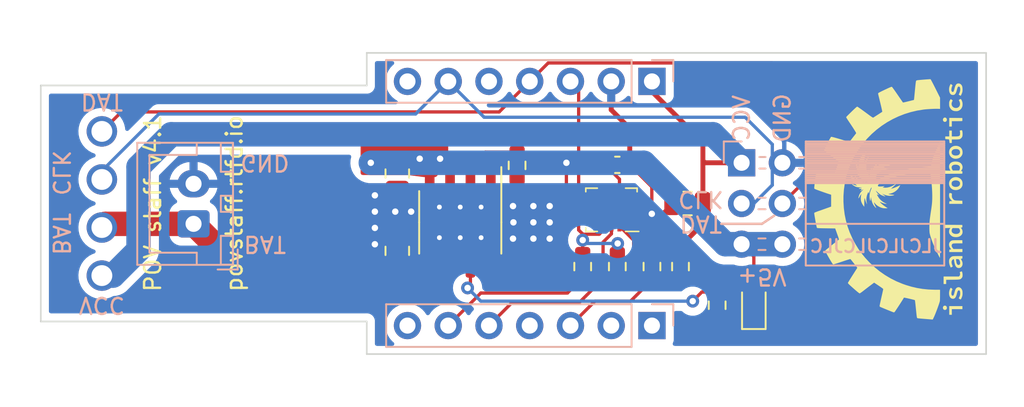
<source format=kicad_pcb>
(kicad_pcb (version 20211014) (generator pcbnew)
  (layers (0 "F.Cu" signal) (31 "B.Cu" signal) (34 "B.Paste" user) (35 "F.Paste" user) (36 "B.SilkS" user "B.Silkscreen") (37 "F.SilkS" user "F.Silkscreen") (38 "B.Mask" user) (39 "F.Mask" user) (44 "Edge.Cuts" user))
  (net 0 "")
  (net 1 "+5V")
  (net 2 "EP")
  (net 3 "+3V3")
  (net 5 "Net-(D1-Pad1)")
  (net 6 "/DATA")
  (net 7 "/CLK")
  (net 9 "/VSENSE")
  (net 11 "Net-(R4-Pad1)")
  (net 14 "Net-(R6-Pad1)")
  (net 18 "VCC")
  (net 19 "+BATT")
  (net 21 "/SDA")
  (net 22 "/SCL")
  (footprint "Capacitor_SMD:C_0805_2012Metric" (layer "F.Cu") (at 98.425 104.556 90)
    (fp_text reference "C3" hide)
    (fp_text value "10uF")
    (pad "1" smd roundrect (at -0.95 0 90) (size 1 1.45) (layers "F.Cu" "F.Paste" "F.Mask") (net 19 "+BATT"))
    (pad "2" smd roundrect (at 0.95 0 90) (size 1 1.45) (layers "F.Cu" "F.Paste" "F.Mask") (net 2 "EP"))
  )
  (footprint "Resistor_SMD:R_0603_1608Metric" (layer "F.Cu") (at 118.364 107.95 -90)
    (fp_text reference "R4" hide)
    (fp_text value "2k")
    (pad "1" smd roundrect (at -0.825 0 270) (size 0.8 0.95) (layers "F.Cu" "F.Paste" "F.Mask") (net 11 "Net-(R4-Pad1)"))
    (pad "2" smd roundrect (at 0.825 0 270) (size 0.8 0.95) (layers "F.Cu" "F.Paste" "F.Mask") (net 5 "Net-(D1-Pad1)"))
  )
  (footprint "Shurik:my_logo" (layer "F.Cu") (at 129.032 101.346 90)
    (fp_text reference "G***" hide)
    (fp_text value "LOGO" hide)
  )
  (footprint "LED_SMD:LED_0603_1608Metric" (layer "F.Cu") (at 120.65 107.95 90)
    (fp_text reference "D1" hide)
    (fp_text value "LED")
    (pad "1" smd roundrect (at -0.7875 0 90) (size 0.875 0.95) (layers "F.Cu" "F.Paste" "F.Mask") (net 5 "Net-(D1-Pad1)"))
    (pad "2" smd roundrect (at 0.7875 0 90) (size 0.875 0.95) (layers "F.Cu" "F.Paste" "F.Mask") (net 1 "+5V"))
  )
  (footprint "Resistor_SMD:R_0603_1608Metric" (layer "F.Cu") (at 116.078 105.537 -90)
    (fp_text reference "R1" hide)
    (fp_text value "10k")
    (pad "1" smd roundrect (at -0.825 0 270) (size 0.8 0.95) (layers "F.Cu" "F.Paste" "F.Mask") (net 18 "VCC"))
    (pad "2" smd roundrect (at 0.825 0 270) (size 0.8 0.95) (layers "F.Cu" "F.Paste" "F.Mask") (net 9 "/VSENSE"))
  )
  (footprint "Resistor_SMD:R_0603_1608Metric" (layer "F.Cu") (at 114.3 105.537 90)
    (fp_text reference "R5" hide)
    (fp_text value "10k")
    (pad "1" smd roundrect (at -0.825 0 90) (size 0.8 0.95) (layers "F.Cu" "F.Paste" "F.Mask") (net 9 "/VSENSE"))
    (pad "2" smd roundrect (at 0.825 0 90) (size 0.8 0.95) (layers "F.Cu" "F.Paste" "F.Mask") (net 2 "EP"))
  )
  (footprint "Package_LGA:Bosch_LGA-14_3x2.5mm_P0.5mm" (layer "F.Cu") (at 111.77375 101.99475 180)
    (fp_text reference "U2" hide)
    (fp_text value "LSM6DSR")
    (pad "1" smd rect (at -1.2625 -0.75 180) (size 0.675 0.25) (layers "F.Cu" "F.Paste" "F.Mask") (net 2 "EP"))
    (pad "2" smd rect (at -1.2625 -0.25 180) (size 0.675 0.25) (layers "F.Cu" "F.Paste" "F.Mask") (net 2 "EP"))
    (pad "3" smd rect (at -1.2625 0.25 180) (size 0.675 0.25) (layers "F.Cu" "F.Paste" "F.Mask") (net 2 "EP"))
    (pad "4" smd rect (at -1.2625 0.75 180) (size 0.675 0.25) (layers "F.Cu" "F.Paste" "F.Mask"))
    (pad "5" smd rect (at -0.5 1.0125 180) (size 0.25 0.675) (layers "F.Cu" "F.Paste" "F.Mask") (net 3 "+3V3"))
    (pad "6" smd rect (at 0 1.0125 180) (size 0.25 0.675) (layers "F.Cu" "F.Paste" "F.Mask") (net 2 "EP"))
    (pad "7" smd rect (at 0.5 1.0125 180) (size 0.25 0.675) (layers "F.Cu" "F.Paste" "F.Mask") (net 2 "EP"))
    (pad "8" smd rect (at 1.2625 0.75 180) (size 0.675 0.25) (layers "F.Cu" "F.Paste" "F.Mask") (net 3 "+3V3"))
    (pad "9" smd rect (at 1.2625 0.25 180) (size 0.675 0.25) (layers "F.Cu" "F.Paste" "F.Mask"))
    (pad "10" smd rect (at 1.2625 -0.25 180) (size 0.675 0.25) (layers "F.Cu" "F.Paste" "F.Mask"))
    (pad "11" smd rect (at 1.2625 -0.75 180) (size 0.675 0.25) (layers "F.Cu" "F.Paste" "F.Mask"))
    (pad "12" smd rect (at 0.5 -1.0125 180) (size 0.25 0.675) (layers "F.Cu" "F.Paste" "F.Mask") (net 3 "+3V3"))
    (pad "13" smd rect (at 0 -1.0125 180) (size 0.25 0.675) (layers "F.Cu" "F.Paste" "F.Mask") (net 22 "/SCL"))
    (pad "14" smd rect (at -0.5 -1.0125 180) (size 0.25 0.675) (layers "F.Cu" "F.Paste" "F.Mask") (net 21 "/SDA"))
  )
  (footprint "shurik-personal:connector-4p-large-nosilk" (layer "F.Cu") (at 80.01 106.100001 180)
    (fp_text reference "J2" hide)
    (fp_text value "Conn_01x04")
    (pad "1" thru_hole circle (at 0 0 180) (size 1.9 1.9) (drill 1.3) (layers *.Cu *.Mask) (net 18 "VCC"))
    (pad "2" thru_hole circle (at 0 3 180) (size 1.9 1.9) (drill 1.3) (layers *.Cu *.Mask) (net 19 "+BATT"))
    (pad "3" thru_hole circle (at 0 6 180) (size 1.9 1.9) (drill 1.3) (layers *.Cu *.Mask) (net 7 "/CLK"))
    (pad "4" thru_hole circle (at 0 9 180) (size 1.9 1.9) (drill 1.3) (layers *.Cu *.Mask) (net 6 "/DATA"))
  )
  (footprint "Package_SO:HSOP-8-1EP_3.9x4.9mm_P1.27mm_EP2.41x3.1mm_ThermalVias" (layer "F.Cu") (at 102.349 102.778 -90)
    (fp_text reference "U1" hide)
    (fp_text value "TP4056")
    (pad "1" smd roundrect (at -2.65 -1.905 270) (size 1.6 0.6) (layers "F.Cu" "F.Paste" "F.Mask") (net 2 "EP"))
    (pad "2" smd roundrect (at -2.65 -0.635 270) (size 1.6 0.6) (layers "F.Cu" "F.Paste" "F.Mask") (net 14 "Net-(R6-Pad1)"))
    (pad "3" smd roundrect (at -2.65 0.635 270) (size 1.6 0.6) (layers "F.Cu" "F.Paste" "F.Mask") (net 2 "EP"))
    (pad "4" smd roundrect (at -2.65 1.905 270) (size 1.6 0.6) (layers "F.Cu" "F.Paste" "F.Mask") (net 1 "+5V"))
    (pad "5" smd roundrect (at 2.65 1.905 270) (size 1.6 0.6) (layers "F.Cu" "F.Paste" "F.Mask") (net 19 "+BATT"))
    (pad "6" smd roundrect (at 2.65 0.635 270) (size 1.6 0.6) (layers "F.Cu" "F.Paste" "F.Mask"))
    (pad "7" smd roundrect (at 2.65 -0.635 270) (size 1.6 0.6) (layers "F.Cu" "F.Paste" "F.Mask") (net 11 "Net-(R4-Pad1)"))
    (pad "8" smd roundrect (at 2.65 -1.905 270) (size 1.6 0.6) (layers "F.Cu" "F.Paste" "F.Mask") (net 1 "+5V"))
    (pad "9" thru_hole circle (at -0.955 -1.299997 270) (size 0.5 0.5) (drill 0.3) (layers *.Cu) (net 2 "EP"))
    (pad "9" thru_hole circle (at 0.955 0 270) (size 0.5 0.5) (drill 0.3) (layers *.Cu) (net 2 "EP"))
    (pad "9" thru_hole circle (at -0.955 0 270) (size 0.5 0.5) (drill 0.3) (layers *.Cu) (net 2 "EP"))
    (pad "9" thru_hole circle (at 0.955 1.299998 270) (size 0.5 0.5) (drill 0.3) (layers *.Cu) (net 2 "EP"))
    (pad "9" thru_hole circle (at 0.955 -1.299997 270) (size 0.5 0.5) (drill 0.3) (layers *.Cu) (net 2 "EP"))
    (pad "9" thru_hole circle (at -0.955 1.299998 270) (size 0.5 0.5) (drill 0.3) (layers *.Cu) (net 2 "EP"))
    (pad "9" smd rect (at 0 0 270) (size 2.41 3.099999) (layers "B.Cu") (net 2 "EP"))
    (pad "9" smd rect (at 0 0 270) (size 2.41 3.1) (layers "F.Cu" "F.Mask") (net 2 "EP"))
  )
  (footprint "Resistor_SMD:R_0603_1608Metric" (layer "F.Cu") (at 105.891995 99.222 -90)
    (fp_text reference "R6" hide)
    (fp_text value "1.2k")
    (pad "1" smd roundrect (at -0.825 0 270) (size 0.8 0.95) (layers "F.Cu" "F.Paste" "F.Mask") (net 14 "Net-(R6-Pad1)"))
    (pad "2" smd roundrect (at 0.825 0 270) (size 0.8 0.95) (layers "F.Cu" "F.Paste" "F.Mask") (net 2 "EP"))
  )
  (footprint "Resistor_SMD:R_0603_1608Metric" (layer "F.Cu") (at 112.141 105.537 -90)
    (fp_text reference "R2" hide)
    (fp_text value "3.3k")
    (pad "1" smd roundrect (at -0.825 0 270) (size 0.8 0.95) (layers "F.Cu" "F.Paste" "F.Mask") (net 3 "+3V3"))
    (pad "2" smd roundrect (at 0.825 0 270) (size 0.8 0.95) (layers "F.Cu" "F.Paste" "F.Mask") (net 21 "/SDA"))
  )
  (footprint "Capacitor_SMD:C_0805_2012Metric" (layer "F.Cu") (at 98.425 99.73 -90)
    (fp_text reference "C2" hide)
    (fp_text value "10uF")
    (pad "1" smd roundrect (at -0.95 0 270) (size 1 1.45) (layers "F.Cu" "F.Paste" "F.Mask") (net 1 "+5V"))
    (pad "2" smd roundrect (at 0.95 0 270) (size 1 1.45) (layers "F.Cu" "F.Paste" "F.Mask") (net 2 "EP"))
  )
  (footprint "Capacitor_SMD:C_0805_2012Metric" (layer "F.Cu") (at 116.52 101.6 180)
    (fp_text reference "C4" hide)
    (fp_text value "10uF")
    (pad "1" smd roundrect (at -0.95 0 180) (size 1 1.45) (layers "F.Cu" "F.Paste" "F.Mask") (net 18 "VCC"))
    (pad "2" smd roundrect (at 0.95 0 180) (size 1 1.45) (layers "F.Cu" "F.Paste" "F.Mask") (net 2 "EP"))
  )
  (footprint "Resistor_SMD:R_0603_1608Metric" (layer "F.Cu") (at 109.982 105.537 -90)
    (fp_text reference "R3" hide)
    (fp_text value "3.3k")
    (pad "1" smd roundrect (at -0.825 0 270) (size 0.8 0.95) (layers "F.Cu" "F.Paste" "F.Mask") (net 3 "+3V3"))
    (pad "2" smd roundrect (at 0.825 0 270) (size 0.8 0.95) (layers "F.Cu" "F.Paste" "F.Mask") (net 22 "/SCL"))
  )
  (footprint "Capacitor_SMD:C_0603_1608Metric" (layer "F.Cu") (at 112.141 99.187)
    (fp_text reference "C1" hide)
    (fp_text value "100nF")
    (pad "1" smd roundrect (at -0.775 0) (size 0.9 0.95) (layers "F.Cu" "F.Paste" "F.Mask") (net 3 "+3V3"))
    (pad "2" smd roundrect (at 0.775 0) (size 0.9 0.95) (layers "F.Cu" "F.Paste" "F.Mask") (net 2 "EP"))
  )
  (footprint "Connector_PinSocket_2.54mm:PinSocket_2x03_P2.54mm_Horizontal" (layer "B.Cu") (at 119.888 99.06 180)
    (fp_text reference "J3" hide)
    (fp_text value "Conn_02x03_Counter_Clockwise")
    (pad "1" thru_hole rect (at 0 0 180) (size 1.7 1.7) (drill 1) (layers *.Cu *.Mask) (net 18 "VCC"))
    (pad "2" thru_hole oval (at -2.54 0 180) (size 1.7 1.7) (drill 1) (layers *.Cu *.Mask) (net 2 "EP"))
    (pad "3" thru_hole oval (at 0 -2.54 180) (size 1.7 1.7) (drill 1) (layers *.Cu *.Mask) (net 7 "/CLK"))
    (pad "4" thru_hole oval (at -2.54 -2.54 180) (size 1.7 1.7) (drill 1) (layers *.Cu *.Mask) (net 6 "/DATA"))
    (pad "5" thru_hole oval (at 0 -5.08 180) (size 1.7 1.7) (drill 1) (layers *.Cu *.Mask) (net 1 "+5V"))
    (pad "6" thru_hole oval (at -2.54 -5.08 180) (size 1.7 1.7) (drill 1) (layers *.Cu *.Mask) (net 1 "+5V"))
  )
  (footprint "Connector_PinSocket_2.54mm:PinSocket_1x07_P2.54mm_Vertical" (layer "B.Cu") (at 114.3 109.22 90)
    (fp_text reference "J5" hide)
    (fp_text value "Conn_01x07")
    (pad "1" thru_hole rect (at 0 0 90) (size 1.7 1.7) (drill 1) (layers *.Cu *.Mask))
    (pad "2" thru_hole oval (at 0 -2.54 90) (size 1.7 1.7) (drill 1) (layers *.Cu *.Mask))
    (pad "3" thru_hole oval (at 0 -5.08 90) (size 1.7 1.7) (drill 1) (layers *.Cu *.Mask) (net 9 "/VSENSE"))
    (pad "4" thru_hole oval (at 0 -7.62 90) (size 1.7 1.7) (drill 1) (layers *.Cu *.Mask))
    (pad "5" thru_hole oval (at 0 -10.16 90) (size 1.7 1.7) (drill 1) (layers *.Cu *.Mask) (net 21 "/SDA"))
    (pad "6" thru_hole oval (at 0 -12.7 90) (size 1.7 1.7) (drill 1) (layers *.Cu *.Mask) (net 22 "/SCL"))
    (pad "7" thru_hole oval (at 0 -15.24 90) (size 1.7 1.7) (drill 1) (layers *.Cu *.Mask))
  )
  (footprint "Connector_PinSocket_2.54mm:PinSocket_1x07_P2.54mm_Vertical" (layer "B.Cu") (at 114.3 93.98 90)
    (fp_text reference "J4" hide)
    (fp_text value "Conn_01x07")
    (pad "1" thru_hole rect (at 0 0 90) (size 1.7 1.7) (drill 1) (layers *.Cu *.Mask) (net 18 "VCC"))
    (pad "2" thru_hole oval (at 0 -2.54 90) (size 1.7 1.7) (drill 1) (layers *.Cu *.Mask) (net 2 "EP"))
    (pad "3" thru_hole oval (at 0 -5.08 90) (size 1.7 1.7) (drill 1) (layers *.Cu *.Mask) (net 3 "+3V3"))
    (pad "4" thru_hole oval (at 0 -7.62 90) (size 1.7 1.7) (drill 1) (layers *.Cu *.Mask) (net 6 "/DATA"))
    (pad "5" thru_hole oval (at 0 -10.16 90) (size 1.7 1.7) (drill 1) (layers *.Cu *.Mask))
    (pad "6" thru_hole oval (at 0 -12.7 90) (size 1.7 1.7) (drill 1) (layers *.Cu *.Mask) (net 7 "/CLK"))
    (pad "7" thru_hole oval (at 0 -15.24 90) (size 1.7 1.7) (drill 1) (layers *.Cu *.Mask))
  )
  (footprint "Connector_JST:JST_XH_B2B-XH-A_1x02_P2.50mm_Vertical" (layer "B.Cu") (at 85.725 102.87 90)
    (fp_text reference "J1" hide)
    (fp_text value "Conn_01x02")
    (pad "1" thru_hole roundrect (at 0 0 90) (size 1.7 2) (drill 1) (layers *.Cu *.Mask) (roundrect_rratio 0.1470588235) (net 19 "+BATT"))
    (pad "2" thru_hole oval (at 2.5 0 90) (size 1.7 2) (drill 1) (layers *.Cu *.Mask) (net 2 "EP"))
  )
  (gr_line (start 121.92 102.362) (end 121.158 102.87) (layer "B.SilkS") (width 0.15))
  (gr_line (start 121.158 102.87) (end 118.618 102.87) (layer "B.SilkS") (width 0.15))
  (gr_line (start 76.2 108.966) (end 76.2 101.6) (layer "Edge.Cuts") (width 0.1))
  (gr_line (start 76.2 94.234) (end 96.52 94.234) (layer "Edge.Cuts") (width 0.1))
  (gr_line (start 96.52 108.966) (end 96.52 110.998) (layer "Edge.Cuts") (width 0.1))
  (gr_line (start 96.52 92.202) (end 96.52 94.234) (layer "Edge.Cuts") (width 0.1))
  (gr_line (start 76.2 101.6) (end 76.2 94.234) (layer "Edge.Cuts") (width 0.1))
  (gr_line (start 135.128 92.202) (end 135.128 110.998) (layer "Edge.Cuts") (width 0.1))
  (gr_line (start 135.128 110.998) (end 96.52 110.998) (layer "Edge.Cuts") (width 0.1))
  (gr_line (start 76.2 108.966) (end 96.52 108.966) (layer "Edge.Cuts") (width 0.1))
  (gr_line (start 96.52 92.202) (end 135.128 92.202) (layer "Edge.Cuts") (width 0.1))
  (gr_text "BAT" (at 90.17 104.14 180) (layer "B.SilkS") (effects (font (size 1 1)) (justify mirror)))
  (gr_text "VCC" (at 119.888 96.266 90) (layer "B.SilkS") (effects (font (size 1 1)) (justify mirror)))
  (gr_text "BAT" (at 77.47 103.505 270) (layer "B.SilkS") (effects (font (size 1 1)) (justify mirror)))
  (gr_text "DAT" (at 80.01 95.25 180) (layer "B.SilkS") (effects (font (size 1 1)) (justify mirror)))
  (gr_text "JLCJLCJLCJLC" (at 128.27 104.267) (layer "B.SilkS") (effects (font (size 0.8 0.8)) (justify mirror)))
  (gr_text "+5V" (at 121.158 106.172 180) (layer "B.SilkS") (effects (font (size 1 1)) (justify mirror)))
  (gr_text "CLK" (at 117.348 101.346 180) (layer "B.SilkS") (effects (font (size 1 1)) (justify mirror)))
  (gr_text "DAT" (at 117.348 102.87 180) (layer "B.SilkS") (effects (font (size 1 1)) (justify mirror)))
  (gr_text "GND" (at 122.428 96.266 90) (layer "B.SilkS") (effects (font (size 1 1)) (justify mirror)))
  (gr_text "VCC" (at 80.01 107.95 180) (layer "B.SilkS") (effects (font (size 1 1)) (justify mirror)))
  (gr_text "CLK" (at 77.47 99.695 270) (layer "B.SilkS") (effects (font (size 1 1)) (justify mirror)))
  (gr_text "GND" (at 90.17 99.06 180) (layer "B.SilkS") (effects (font (size 1 1)) (justify mirror)))
  (gr_text "POV staff v4.1" (at 83.185 101.6 90) (layer "F.SilkS") (effects (font (size 1 1))))
  (gr_text "povstaff.rtfd.io" (at 88.265 101.6 90) (layer "F.SilkS") (effects (font (size 1 1))))
  (segment (start 120.65 104.902) (end 119.888 104.14) (width 0.2032) (layer "F.Cu") (net 1))
  (segment (start 107.696 105.537) (end 104.363 105.537) (width 0.2032) (layer "F.Cu") (net 1))
  (segment (start 108.95803 101.446938) (end 108.95803 104.27497) (width 0.2032) (layer "F.Cu") (net 1))
  (segment (start 108.966 101.438968) (end 108.95803 101.446938) (width 0.2032) (layer "F.Cu") (net 1))
  (segment (start 120.65 107.1625) (end 120.65 104.902) (width 0.2032) (layer "F.Cu") (net 1))
  (segment (start 108.95803 104.27497) (end 107.696 105.537) (width 0.2032) (layer "F.Cu") (net 1))
  (segment (start 108.966 99.06) (end 108.966 101.438968) (width 0.2032) (layer "F.Cu") (net 1))
  (via (at 99.822 98.806) (size 0.8) (drill 0.4) (layers "F.Cu" "B.Cu") (net 1))
  (via (at 108.966 99.06) (size 0.8) (drill 0.4) (layers "F.Cu" "B.Cu") (net 1))
  (via (at 101.092 98.806) (size 0.8) (drill 0.4) (layers "F.Cu" "B.Cu") (net 1))
  (via (at 96.774 99.06) (size 0.8) (drill 0.4) (layers "F.Cu" "B.Cu") (net 1))
  (segment (start 122.428 104.14) (end 118.872 104.14) (width 1.524) (layer "B.Cu") (net 1))
  (segment (start 118.872 104.14) (end 113.792 99.06) (width 1.524) (layer "B.Cu") (net 1))
  (segment (start 113.792 99.06) (end 96.774 99.06) (width 1.524) (layer "B.Cu") (net 1))
  (segment (start 105.891995 101.508) (end 105.637995 101.762) (width 0.2032) (layer "F.Cu") (net 2))
  (segment (start 114.29025 102.24475) (end 114.29025 104.70225) (width 0.2032) (layer "F.Cu") (net 2))
  (segment (start 111.76 95.758) (end 112.916 96.914) (width 0.3048) (layer "F.Cu") (net 2))
  (segment (start 114.92525 102.24475) (end 115.57 101.6) (width 0.2032) (layer "F.Cu") (net 2))
  (segment (start 112.93625 102.24475) (end 112.93625 101.79667) (width 0.3048) (layer "F.Cu") (net 2))
  (segment (start 112.93625 102.74475) (end 112.93625 102.24475) (width 0.3048) (layer "F.Cu") (net 2))
  (segment (start 113.03625 102.24475) (end 114.29025 102.24475) (width 0.3048) (layer "F.Cu") (net 2))
  (segment (start 111.27375 101.08225) (end 111.49625 101.08225) (width 0.3048) (layer "F.Cu") (net 2))
  (segment (start 112.02375 102.24475) (end 113.03625 102.24475) (width 0.3048) (layer "F.Cu") (net 2))
  (segment (start 111.76 93.98) (end 111.76 95.758) (width 0.3048) (layer "F.Cu") (net 2))
  (segment (start 111.49625 101.08225) (end 111.49625 101.71725) (width 0.3048) (layer "F.Cu") (net 2))
  (segment (start 114.29025 100.56125) (end 114.29025 102.24475) (width 0.2032) (layer "F.Cu") (net 2))
  (segment (start 105.891995 100.047) (end 105.891995 101.508) (width 0.2032) (layer "F.Cu") (net 2))
  (segment (start 111.49625 101.08225) (end 111.72183 101.08225) (width 0.3048) (layer "F.Cu") (net 2))
  (segment (start 111.49625 101.71725) (end 112.02375 102.24475) (width 0.3048) (layer "F.Cu") (net 2))
  (segment (start 112.916 96.914) (end 112.916 99.187) (width 0.3048) (layer "F.Cu") (net 2))
  (segment (start 112.916 99.187) (end 114.29025 100.56125) (width 0.2032) (layer "F.Cu") (net 2))
  (segment (start 114.29025 102.24475) (end 114.92525 102.24475) (width 0.2032) (layer "F.Cu") (net 2))
  (via (at 98.298 102.108) (size 0.8) (drill 0.4) (layers "F.Cu" "B.Cu") (net 2))
  (via (at 99.287995 102.108) (size 0.8) (drill 0.4) (layers "F.Cu" "B.Cu") (net 2))
  (via (at 106.907995 102.778) (size 0.8) (drill 0.4) (layers "F.Cu" "B.Cu") (net 2))
  (via (at 114.29025 102.24475) (size 0.8) (drill 0.4) (layers "F.Cu" "B.Cu") (net 2))
  (via (at 107.923995 101.762) (size 0.8) (drill 0.4) (layers "F.Cu" "B.Cu") (net 2))
  (via (at 105.637995 103.794) (size 0.8) (drill 0.4) (layers "F.Cu" "B.Cu") (net 2))
  (via (at 97.028 101.092) (size 0.8) (drill 0.4) (layers "F.Cu" "B.Cu") (net 2))
  (via (at 106.907995 103.794) (size 0.8) (drill 0.4) (layers "F.Cu" "B.Cu") (net 2))
  (via (at 107.923995 103.794) (size 0.8) (drill 0.4) (layers "F.Cu" "B.Cu") (net 2))
  (via (at 97.028 104.1445) (size 0.8) (drill 0.4) (layers "F.Cu" "B.Cu") (net 2))
  (via (at 97.028 103.124) (size 0.8) (drill 0.4) (layers "F.Cu" "B.Cu") (net 2))
  (via (at 105.637995 101.762) (size 0.8) (drill 0.4) (layers "F.Cu" "B.Cu") (net 2))
  (via (at 97.028 102.108) (size 0.8) (drill 0.4) (layers "F.Cu" "B.Cu") (net 2))
  (via (at 107.923995 102.778) (size 0.8) (drill 0.4) (layers "F.Cu" "B.Cu") (net 2))
  (via (at 105.664 102.778) (size 0.8) (drill 0.4) (layers "F.Cu" "B.Cu") (net 2))
  (via (at 106.907995 101.762) (size 0.8) (drill 0.4) (layers "F.Cu" "B.Cu") (net 2))
  (segment (start 109.982 103.886) (end 109.982 103.5325) (width 0.2032) (layer "F.Cu") (net 3))
  (segment (start 109.72975 103.25275) (end 109.99575 103.51875) (width 0.2032) (layer "F.Cu") (net 3))
  (segment (start 112.141 104.115506) (end 112.141 104.712) (width 0.2032) (layer "F.Cu") (net 3))
  (segment (start 111.01175 103.51875) (end 111.27375 103.25675) (width 0.2032) (layer "F.Cu") (net 3))
  (segment (start 112.161643 104.094863) (end 112.141 104.115506) (width 0.2032) (layer "F.Cu") (net 3))
  (segment (start 109.982 104.712) (end 109.982 103.886) (width 0.2032) (layer "F.Cu") (net 3))
  (segment (start 109.982 103.5325) (end 109.99575 103.51875) (width 0.2032) (layer "F.Cu") (net 3))
  (segment (start 109.72975 99.18875) (end 109.72975 94.48975) (width 0.2032) (layer "F.Cu") (net 3))
  (segment (start 112.27375 100.08175) (end 111.379 99.187) (width 0.2032) (layer "F.Cu") (net 3))
  (segment (start 111.27375 103.25675) (end 111.27375 103.00725) (width 0.2032) (layer "F.Cu") (net 3))
  (segment (start 112.27375 100.98225) (end 112.27375 100.08175) (width 0.2032) (layer "F.Cu") (net 3))
  (segment (start 109.72975 101.24475) (end 109.72975 99.18875) (width 0.2032) (layer "F.Cu") (net 3))
  (segment (start 110.51125 101.24475) (end 109.72975 101.24475) (width 0.2032) (layer "F.Cu") (net 3))
  (segment (start 111.366 99.187) (end 109.7315 99.187) (width 0.2032) (layer "F.Cu") (net 3))
  (segment (start 109.22 93.98) (end 109.72975 94.48975) (width 0.25) (layer "F.Cu") (net 3))
  (segment (start 109.99575 103.51875) (end 111.01175 103.51875) (width 0.2032) (layer "F.Cu") (net 3))
  (segment (start 109.7315 99.187) (end 109.72975 99.18875) (width 0.2032) (layer "F.Cu") (net 3))
  (segment (start 109.72975 101.24475) (end 109.72975 103.25275) (width 0.2032) (layer "F.Cu") (net 3))
  (via (at 112.161643 104.094863) (size 0.8) (drill 0.4) (layers "F.Cu" "B.Cu") (net 3))
  (via (at 109.982 103.886) (size 0.8) (drill 0.4) (layers "F.Cu" "B.Cu") (net 3))
  (segment (start 112.161643 104.094863) (end 110.190863 104.094863) (width 0.2032) (layer "B.Cu") (net 3))
  (segment (start 110.190863 104.094863) (end 109.982 103.886) (width 0.2032) (layer "B.Cu") (net 3))
  (segment (start 120.6125 108.775) (end 120.65 108.7375) (width 0.2032) (layer "F.Cu") (net 5))
  (segment (start 118.364 108.775) (end 120.6125 108.775) (width 0.2032) (layer "F.Cu") (net 5))
  (segment (start 104.775 95.885) (end 106.68 93.98) (width 0.2032) (layer "F.Cu") (net 6))
  (segment (start 106.68 93.98) (end 107.831111 92.828889) (width 0.2032) (layer "F.Cu") (net 6))
  (segment (start 121.784889 92.828889) (end 124.206 95.25) (width 0.2032) (layer "F.Cu") (net 6))
  (segment (start 107.831111 92.828889) (end 121.784889 92.828889) (width 0.2032) (layer "F.Cu") (net 6))
  (segment (start 124.206 99.822) (end 122.428 101.6) (width 0.2032) (layer "F.Cu") (net 6))
  (segment (start 81.225 95.885) (end 104.775 95.885) (width 0.2032) (layer "F.Cu") (net 6))
  (segment (start 80.01 97.1) (end 81.225 95.885) (width 0.2032) (layer "F.Cu") (net 6))
  (segment (start 124.206 95.25) (end 124.206 99.822) (width 0.2032) (layer "F.Cu") (net 6))
  (segment (start 121.801111 100.448889) (end 120.65 101.6) (width 0.2032) (layer "B.Cu") (net 7))
  (segment (start 83.566 96.012) (end 99.568 96.012) (width 0.2032) (layer "B.Cu") (net 7))
  (segment (start 120.111102 96.21888) (end 121.801111 97.908889) (width 0.2032) (layer "B.Cu") (net 7))
  (segment (start 80.01 100.1) (end 80.01 99.568) (width 0.2032) (layer "B.Cu") (net 7))
  (segment (start 99.568 96.012) (end 101.6 93.98) (width 0.2032) (layer "B.Cu") (net 7))
  (segment (start 121.801111 97.908889) (end 121.801111 100.448889) (width 0.2032) (layer "B.Cu") (net 7))
  (segment (start 80.01 99.568) (end 83.566 96.012) (width 0.2032) (layer "B.Cu") (net 7))
  (segment (start 103.83888 96.21888) (end 120.111102 96.21888) (width 0.2032) (layer "B.Cu") (net 7))
  (segment (start 101.6 93.98) (end 103.83888 96.21888) (width 0.2032) (layer "B.Cu") (net 7))
  (segment (start 116.078 106.362) (end 114.3 106.362) (width 0.2032) (layer "F.Cu") (net 9))
  (segment (start 109.22 109.22) (end 110.744 107.696) (width 0.2032) (layer "F.Cu") (net 9))
  (segment (start 110.744 107.696) (end 112.966 107.696) (width 0.2032) (layer "F.Cu") (net 9))
  (segment (start 112.966 107.696) (end 114.3 106.362) (width 0.2032) (layer "F.Cu") (net 9))
  (segment (start 102.8065 106.8705) (end 102.984 106.693) (width 0.2032) (layer "F.Cu") (net 11))
  (segment (start 118.364 107.125) (end 117.411 107.125) (width 0.2032) (layer "F.Cu") (net 11))
  (segment (start 102.984 105.428) (end 102.984 106.693) (width 0.2032) (layer "F.Cu") (net 11))
  (segment (start 117.411 107.125) (end 116.84 107.696) (width 0.2032) (layer "F.Cu") (net 11))
  (via (at 102.8065 106.8705) (size 0.8) (drill 0.4) (layers "F.Cu" "B.Cu") (net 11))
  (via (at 116.84 107.696) (size 0.8) (drill 0.4) (layers "F.Cu" "B.Cu") (net 11))
  (segment (start 116.84 107.696) (end 103.632 107.696) (width 0.2032) (layer "B.Cu") (net 11))
  (segment (start 103.632 107.696) (end 102.8065 106.8705) (width 0.2032) (layer "B.Cu") (net 11))
  (segment (start 102.984 100.128) (end 102.984 99.327) (width 0.2032) (layer "F.Cu") (net 14))
  (segment (start 103.914 98.397) (end 105.891995 98.397) (width 0.2032) (layer "F.Cu") (net 14))
  (segment (start 102.984 99.327) (end 103.914 98.397) (width 0.2032) (layer "F.Cu") (net 14))
  (segment (start 117.602 99.06) (end 119.888 99.06) (width 0.3048) (layer "F.Cu") (net 18))
  (segment (start 116.078 104.712) (end 116.078 104.267) (width 0.3048) (layer "F.Cu") (net 18))
  (segment (start 117.475 97.79) (end 114.3 94.615) (width 0.3048) (layer "F.Cu") (net 18))
  (segment (start 117.475 98.933) (end 117.602 99.06) (width 0.3048) (layer "F.Cu") (net 18))
  (segment (start 117.475 98.933) (end 117.475 97.79) (width 0.3048) (layer "F.Cu") (net 18))
  (segment (start 116.078 104.267) (end 117.47 102.875) (width 0.3048) (layer "F.Cu") (net 18))
  (segment (start 117.47 102.875) (end 117.47 101.6) (width 0.3048) (layer "F.Cu") (net 18))
  (segment (start 117.475 101.595) (end 117.475 98.933) (width 0.3048) (layer "F.Cu") (net 18))
  (segment (start 119.888 99.06) (end 118.11 97.282) (width 1.524) (layer "B.Cu") (net 18))
  (segment (start 82.296 104.504) (end 80.7 106.1) (width 1.524) (layer "B.Cu") (net 18))
  (segment (start 84.328 97.282) (end 82.296 99.314) (width 1.524) (layer "B.Cu") (net 18))
  (segment (start 118.11 97.282) (end 84.328 97.282) (width 1.524) (layer "B.Cu") (net 18))
  (segment (start 80.7 106.1) (end 80.01 106.1) (width 1.524) (layer "B.Cu") (net 18))
  (segment (start 82.296 99.314) (end 82.296 104.504) (width 1.524) (layer "B.Cu") (net 18))
  (segment (start 88.361 105.506) (end 85.725 102.87) (width 1.524) (layer "F.Cu") (net 19))
  (segment (start 99.822 105.506) (end 88.361 105.506) (width 1.524) (layer "F.Cu") (net 19))
  (segment (start 100.444 105.428) (end 99.9 105.428) (width 0.6096) (layer "F.Cu") (net 19))
  (segment (start 85.725 102.87) (end 80.24 102.87) (width 1.524) (layer "F.Cu") (net 19))
  (segment (start 80.24 102.87) (end 80.01 103.1) (width 1.524) (layer "F.Cu") (net 19))
  (segment (start 99.9 105.428) (end 99.822 105.506) (width 0.6096) (layer "F.Cu") (net 19))
  (segment (start 109.728 107.823) (end 111.252 106.299) (width 0.2032) (layer "F.Cu") (net 21))
  (segment (start 113.157 103.8905) (end 112.27375 103.00725) (width 0.2032) (layer "F.Cu") (net 21))
  (segment (start 113.094 106.362) (end 113.157 106.299) (width 0.2032) (layer "F.Cu") (net 21))
  (segment (start 113.157 106.299) (end 113.157 103.8905) (width 0.2032) (layer "F.Cu") (net 21))
  (segment (start 104.14 109.22) (end 105.537 107.823) (width 0.2032) (layer "F.Cu") (net 21))
  (segment (start 112.141 106.362) (end 113.094 106.362) (width 0.2032) (layer "F.Cu") (net 21))
  (segment (start 111.252 106.299) (end 113.157 106.299) (width 0.2032) (layer "F.Cu") (net 21))
  (segment (start 105.537 107.823) (end 109.728 107.823) (width 0.2032) (layer "F.Cu") (net 21))
  (segment (start 111.252 104.013) (end 111.77375 103.49125) (width 0.2032) (layer "F.Cu") (net 22))
  (segment (start 101.6 109.22) (end 103.632 107.188) (width 0.2032) (layer "F.Cu") (net 22))
  (segment (start 111.77375 103.49125) (end 111.77375 103.00725) (width 0.2032) (layer "F.Cu") (net 22))
  (segment (start 103.632 107.188) (end 109.029 107.188) (width 0.2032) (layer "F.Cu") (net 22))
  (segment (start 109.029 107.188) (end 111.252 104.965) (width 0.2032) (layer "F.Cu") (net 22))
  (segment (start 111.252 104.965) (end 111.252 104.013) (width 0.2032) (layer "F.Cu") (net 22))
  (zone (net 2) (net_name "EP") (layer "F.Cu") (connect_pads yes (clearance 0.254)) (min_thickness 0.254) (fill yes (thermal_gap 0.508) (thermal_bridge_width 0.508))
    (polygon (pts (xy 108.712 106.045) (xy 95.885 106.045) (xy 95.885 100.711) (xy 108.712 100.711)))
  )
  (zone (net 1) (net_name "+5V") (layer "F.Cu") (connect_pads thru_hole_only (clearance 0.254)) (min_thickness 0.254) (fill yes (thermal_gap 0.508) (thermal_bridge_width 0.508))
    (polygon (pts (xy 101.6 99.06) (xy 100.838 99.949) (xy 100.076 99.949) (xy 99.06 99.822) (xy 96.139 99.822) (xy 96.139 97.663) (xy 101.6 97.663)))
  )
  (zone (net 2) (net_name "EP") (layer "B.Cu") (connect_pads thru_hole_only (clearance 0.508)) (min_thickness 0.254) (fill yes (thermal_gap 0.508) (thermal_bridge_width 0.508))
    (polygon (pts (xy 137.16 114.3) (xy 73.66 114.3) (xy 73.66 88.9) (xy 137.16 88.9)))
  )
)
</source>
